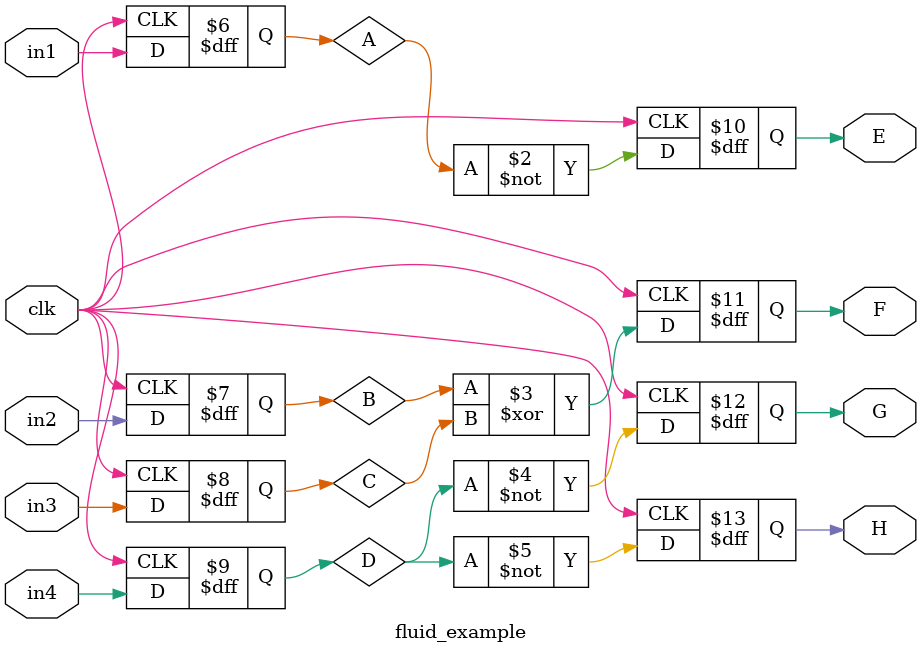
<source format=v>
module fluid_example (
  input clk,
  input wire in1,
  input wire in2,
  input wire in3,
  input wire in4,
  output reg E, 
  output reg F,
  output reg G,
  output reg H  
);
reg A, B, C ,D;

always @ (posedge clk) begin
  A <= in1;
  B <= in2;
  C <= in3;
  D <= in4;
  E <= ~A;
  F <= B ^ C;
  G <= ~D;
  H <= ~D;
end
endmodule

</source>
